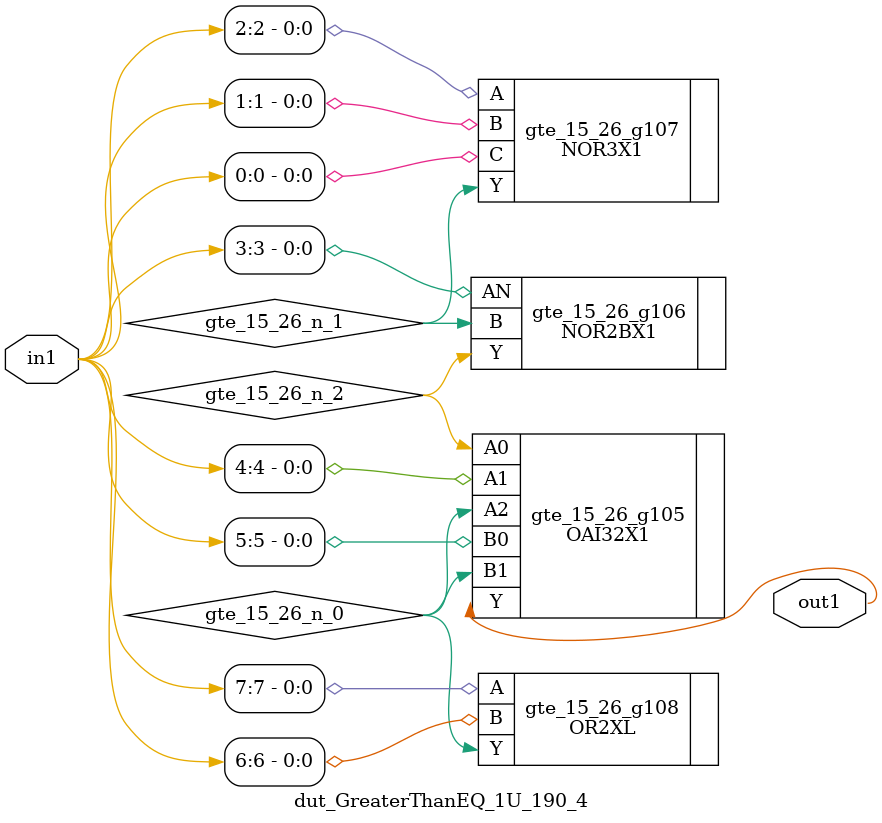
<source format=v>
`timescale 1ps / 1ps


module dut_GreaterThanEQ_1U_190_4(in1, out1);
  input [7:0] in1;
  output out1;
  wire [7:0] in1;
  wire out1;
  wire gte_15_26_n_0, gte_15_26_n_1, gte_15_26_n_2;
  OAI32X1 gte_15_26_g105(.A0 (gte_15_26_n_2), .A1 (in1[4]), .A2
       (gte_15_26_n_0), .B0 (in1[5]), .B1 (gte_15_26_n_0), .Y (out1));
  NOR2BX1 gte_15_26_g106(.AN (in1[3]), .B (gte_15_26_n_1), .Y
       (gte_15_26_n_2));
  NOR3X1 gte_15_26_g107(.A (in1[2]), .B (in1[1]), .C (in1[0]), .Y
       (gte_15_26_n_1));
  OR2XL gte_15_26_g108(.A (in1[7]), .B (in1[6]), .Y (gte_15_26_n_0));
endmodule



</source>
